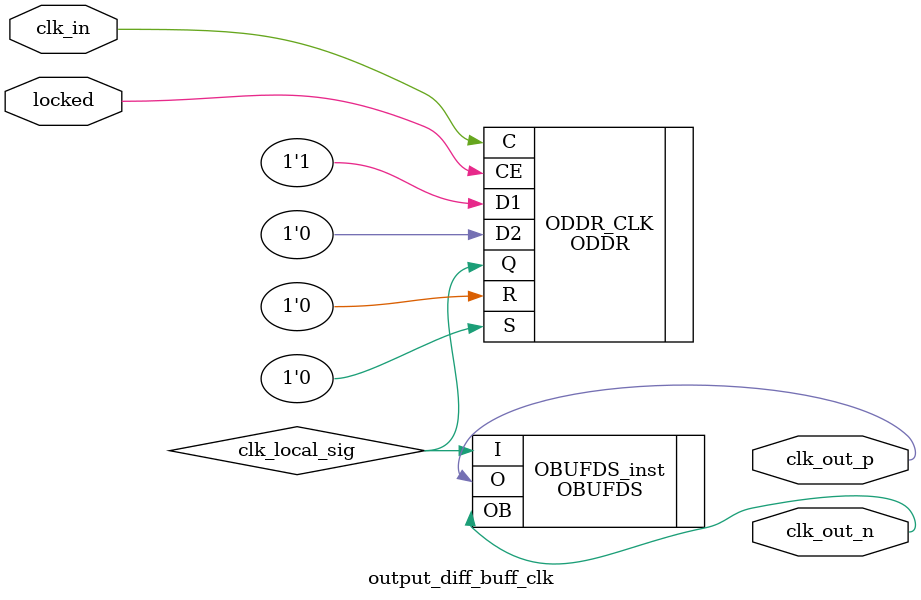
<source format=v>

`resetall
`timescale 1ns/10ps
module output_diff_buff_clk( 
   // Port Declarations
   input   wire      clk_in, 
   input   wire      locked, 
   output  wire      clk_out_p, 
   output  wire      clk_out_n
);

// Internal Declarations
// Internal Declarations


// Local declarations

// Internal signal declarations
wire   clk_local_sig;


// Instances 
OBUFDS OBUFDS_inst( 
   .I  (clk_local_sig), 
   .O  (clk_out_p), 
   .OB (clk_out_n)
); 

ODDR #("SAME_EDGE",1'b0,"SYNC")
ODDR_CLK( 
   .C(clk_in),
   .CE(locked),
   .Q(clk_local_sig),
   .D1(1'b1),
   .D2(1'b0),
   .R(1'b0),
   .S(1'b0)
); 


endmodule // output_diff_buff_clk


</source>
